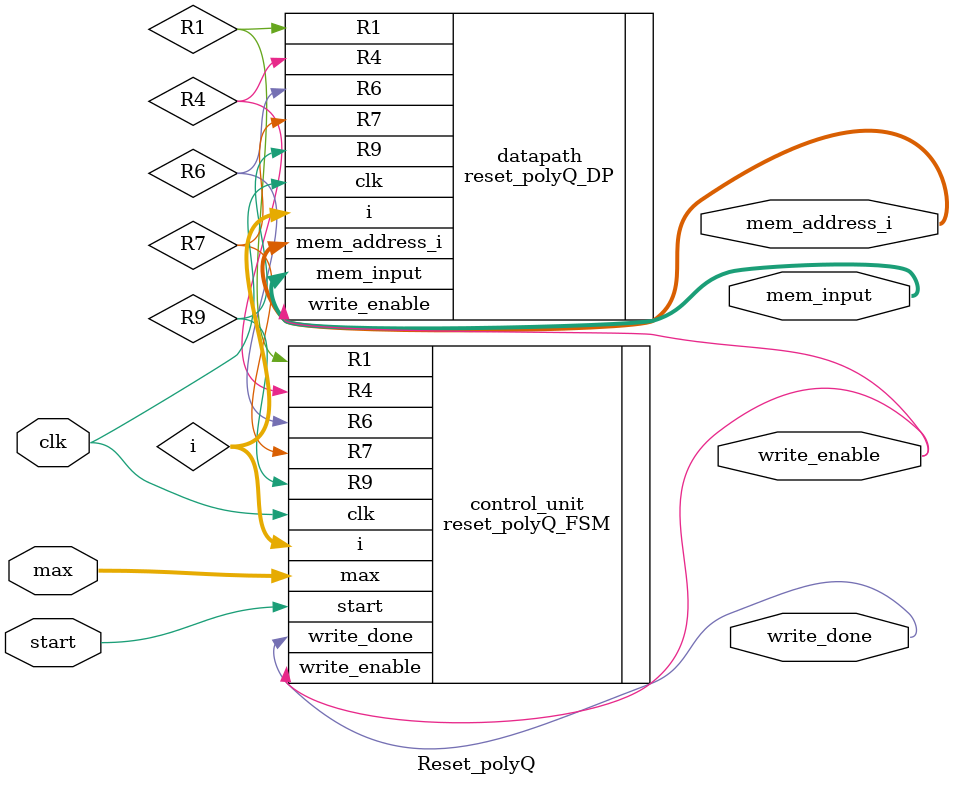
<source format=v>
`timescale 1ns / 1ps


module Reset_polyQ(
    input clk,
  input start,
  output [12:0]mem_input,
  output [10:0]mem_address_i,
  input [10:0]max,
  output write_enable,
  output write_done
  );
  
  
  wire [10:0]i;
  
  wire R1, R4, R6, R7, R9;
  
  reset_polyQ_DP datapath(
      .clk(clk),
      .mem_input(mem_input),
      .mem_address_i(mem_address_i),
      .write_enable(write_enable),
      .i(i),
      .R1(R1),
      .R4(R4),
      .R6(R6),
      .R7(R7),
      .R9(R9) 
  );
  
  reset_polyQ_FSM control_unit(
      .clk(clk),
      .write_enable(write_enable),
      .write_done(write_done),
      .start(start),
      .max(max),
      .i(i),
      .R1(R1),
      .R4(R4),
      .R6(R6),
      .R7(R7),
      .R9(R9) 
  );
  
  
    
    
endmodule
</source>
